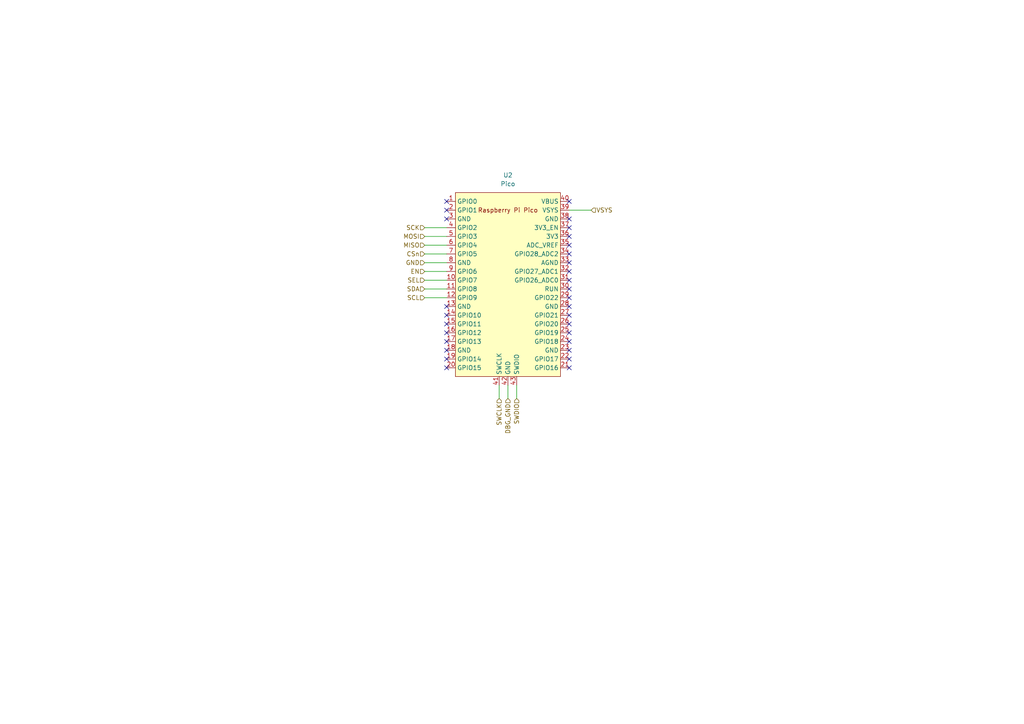
<source format=kicad_sch>
(kicad_sch (version 20231120) (generator "eeschema") (generator_version "8.0")
  (paper "A4")
  (lib_symbols
    (symbol "MCU_RaspberryPi_and_Boards:Pico"
      (property "Reference" "U" (at -13.97 27.94 0))
      (property "Value" "Pico" (at 0 19.05 0))
      (symbol "Pico_0_0"
        (text "Raspberry Pi Pico" (at 0 21.59 0) (effects (font (size 1.27 1.27))))
      )
      (symbol "Pico_0_1"
        (rectangle (start -15.24 26.67) (end 15.24 -26.67) (fill (type background)))
      )
      (symbol "Pico_1_1"
        (pin bidirectional line (at -17.78 24.13 0) (length 2.54) (name "GPIO0") (number "1"))
        (pin bidirectional line (at -17.78 1.27 0) (length 2.54) (name "GPIO7") (number "10"))
        (pin bidirectional line (at -17.78 -1.27 0) (length 2.54) (name "GPIO8") (number "11"))
        (pin bidirectional line (at -17.78 -3.81 0) (length 2.54) (name "GPIO9") (number "12"))
        (pin power_in line (at -17.78 -6.35 0) (length 2.54) (name "GND") (number "13"))
        (pin bidirectional line (at -17.78 -8.89 0) (length 2.54) (name "GPIO10") (number "14"))
        (pin bidirectional line (at -17.78 -11.43 0) (length 2.54) (name "GPIO11") (number "15"))
        (pin bidirectional line (at -17.78 -13.97 0) (length 2.54) (name "GPIO12") (number "16"))
        (pin bidirectional line (at -17.78 -16.51 0) (length 2.54) (name "GPIO13") (number "17"))
        (pin power_in line (at -17.78 -19.05 0) (length 2.54) (name "GND") (number "18"))
        (pin bidirectional line (at -17.78 -21.59 0) (length 2.54) (name "GPIO14") (number "19"))
        (pin bidirectional line (at -17.78 21.59 0) (length 2.54) (name "GPIO1") (number "2"))
        (pin bidirectional line (at -17.78 -24.13 0) (length 2.54) (name "GPIO15") (number "20"))
        (pin bidirectional line (at 17.78 -24.13 180) (length 2.54) (name "GPIO16") (number "21"))
        (pin bidirectional line (at 17.78 -21.59 180) (length 2.54) (name "GPIO17") (number "22"))
        (pin power_in line (at 17.78 -19.05 180) (length 2.54) (name "GND") (number "23"))
        (pin bidirectional line (at 17.78 -16.51 180) (length 2.54) (name "GPIO18") (number "24"))
        (pin bidirectional line (at 17.78 -13.97 180) (length 2.54) (name "GPIO19") (number "25"))
        (pin bidirectional line (at 17.78 -11.43 180) (length 2.54) (name "GPIO20") (number "26"))
        (pin bidirectional line (at 17.78 -8.89 180) (length 2.54) (name "GPIO21") (number "27"))
        (pin power_in line (at 17.78 -6.35 180) (length 2.54) (name "GND") (number "28"))
        (pin bidirectional line (at 17.78 -3.81 180) (length 2.54) (name "GPIO22") (number "29"))
        (pin power_in line (at -17.78 19.05 0) (length 2.54) (name "GND") (number "3"))
        (pin input line (at 17.78 -1.27 180) (length 2.54) (name "RUN") (number "30"))
        (pin bidirectional line (at 17.78 1.27 180) (length 2.54) (name "GPIO26_ADC0") (number "31"))
        (pin bidirectional line (at 17.78 3.81 180) (length 2.54) (name "GPIO27_ADC1") (number "32"))
        (pin power_in line (at 17.78 6.35 180) (length 2.54) (name "AGND") (number "33"))
        (pin bidirectional line (at 17.78 8.89 180) (length 2.54) (name "GPIO28_ADC2") (number "34"))
        (pin power_in line (at 17.78 11.43 180) (length 2.54) (name "ADC_VREF") (number "35"))
        (pin power_in line (at 17.78 13.97 180) (length 2.54) (name "3V3") (number "36"))
        (pin input line (at 17.78 16.51 180) (length 2.54) (name "3V3_EN") (number "37"))
        (pin bidirectional line (at 17.78 19.05 180) (length 2.54) (name "GND") (number "38"))
        (pin power_in line (at 17.78 21.59 180) (length 2.54) (name "VSYS") (number "39"))
        (pin bidirectional line (at -17.78 16.51 0) (length 2.54) (name "GPIO2") (number "4"))
        (pin power_in line (at 17.78 24.13 180) (length 2.54) (name "VBUS") (number "40"))
        (pin input line (at -2.54 -29.21 90) (length 2.54) (name "SWCLK") (number "41"))
        (pin power_in line (at 0 -29.21 90) (length 2.54) (name "GND") (number "42"))
        (pin bidirectional line (at 2.54 -29.21 90) (length 2.54) (name "SWDIO") (number "43"))
        (pin bidirectional line (at -17.78 13.97 0) (length 2.54) (name "GPIO3") (number "5"))
        (pin bidirectional line (at -17.78 11.43 0) (length 2.54) (name "GPIO4") (number "6"))
        (pin bidirectional line (at -17.78 8.89 0) (length 2.54) (name "GPIO5") (number "7"))
        (pin power_in line (at -17.78 6.35 0) (length 2.54) (name "GND") (number "8"))
        (pin bidirectional line (at -17.78 3.81 0) (length 2.54) (name "GPIO6") (number "9"))
      )
    )
  )
  (no_connect (at 165.1 78.74))
  (no_connect (at 165.1 68.58))
  (no_connect (at 165.1 106.68))
  (no_connect (at 129.54 101.6))
  (no_connect (at 165.1 58.42))
  (no_connect (at 165.1 71.12))
  (no_connect (at 129.54 104.14))
  (no_connect (at 165.1 81.28))
  (no_connect (at 129.54 99.06))
  (no_connect (at 165.1 93.98))
  (no_connect (at 129.54 63.5))
  (no_connect (at 129.54 93.98))
  (no_connect (at 129.54 91.44))
  (no_connect (at 129.54 106.68))
  (no_connect (at 165.1 96.52))
  (no_connect (at 165.1 91.44))
  (no_connect (at 129.54 60.96))
  (no_connect (at 165.1 66.04))
  (no_connect (at 129.54 88.9))
  (no_connect (at 165.1 76.2))
  (no_connect (at 165.1 73.66))
  (no_connect (at 165.1 83.82))
  (no_connect (at 165.1 101.6))
  (no_connect (at 129.54 96.52))
  (no_connect (at 165.1 86.36))
  (no_connect (at 165.1 88.9))
  (no_connect (at 165.1 99.06))
  (no_connect (at 129.54 58.42))
  (no_connect (at 165.1 104.14))
  (no_connect (at 165.1 63.5))
  (wire (pts (xy 123.19 81.28) (xy 129.54 81.28)))
  (wire (pts (xy 123.19 86.36) (xy 129.54 86.36)))
  (wire (pts (xy 147.32 111.76) (xy 147.32 115.57)))
  (wire (pts (xy 123.19 71.12) (xy 129.54 71.12)))
  (wire (pts (xy 123.19 78.74) (xy 129.54 78.74)))
  (wire (pts (xy 123.19 76.2) (xy 129.54 76.2)))
  (wire (pts (xy 165.1 60.96) (xy 171.45 60.96)))
  (wire (pts (xy 144.78 111.76) (xy 144.78 115.57)))
  (wire (pts (xy 123.19 83.82) (xy 129.54 83.82)))
  (wire (pts (xy 149.86 111.76) (xy 149.86 115.57)))
  (wire (pts (xy 123.19 73.66) (xy 129.54 73.66)))
  (wire (pts (xy 123.19 66.04) (xy 129.54 66.04)))
  (wire (pts (xy 123.19 68.58) (xy 129.54 68.58)))
  (hierarchical_label "SEL" (shape input) (at 123.19 81.28 180))
  (hierarchical_label "SDA" (shape input) (at 123.19 83.82 180))
  (hierarchical_label "MISO" (shape input) (at 123.19 71.12 180))
  (hierarchical_label "VSYS" (shape input) (at 171.45 60.96 0))
  (hierarchical_label "SCL" (shape input) (at 123.19 86.36 180))
  (hierarchical_label "CSn" (shape input) (at 123.19 73.66 180))
  (hierarchical_label "DBG_GND" (shape input) (at 147.32 115.57 270))
  (hierarchical_label "EN" (shape input) (at 123.19 78.74 180))
  (hierarchical_label "GND" (shape input) (at 123.19 76.2 180))
  (hierarchical_label "SWDIO" (shape input) (at 149.86 115.57 270))
  (hierarchical_label "SWCLK" (shape input) (at 144.78 115.57 270))
  (hierarchical_label "SCK" (shape input) (at 123.19 66.04 180))
  (hierarchical_label "MOSI" (shape input) (at 123.19 68.58 180))
  (symbol (lib_id "MCU_RaspberryPi_and_Boards:Pico") (at 147.32 82.55 0) (unit 1)
    (property "Reference" "U2" (at 147.32 50.8 0))
    (property "Value" "Pico" (at 147.32 53.34 0))
    (property "Footprint" "RPi_Pico:RPi_Pico_SMD_TH" (effects (hide yes)))
  )
)
</source>
